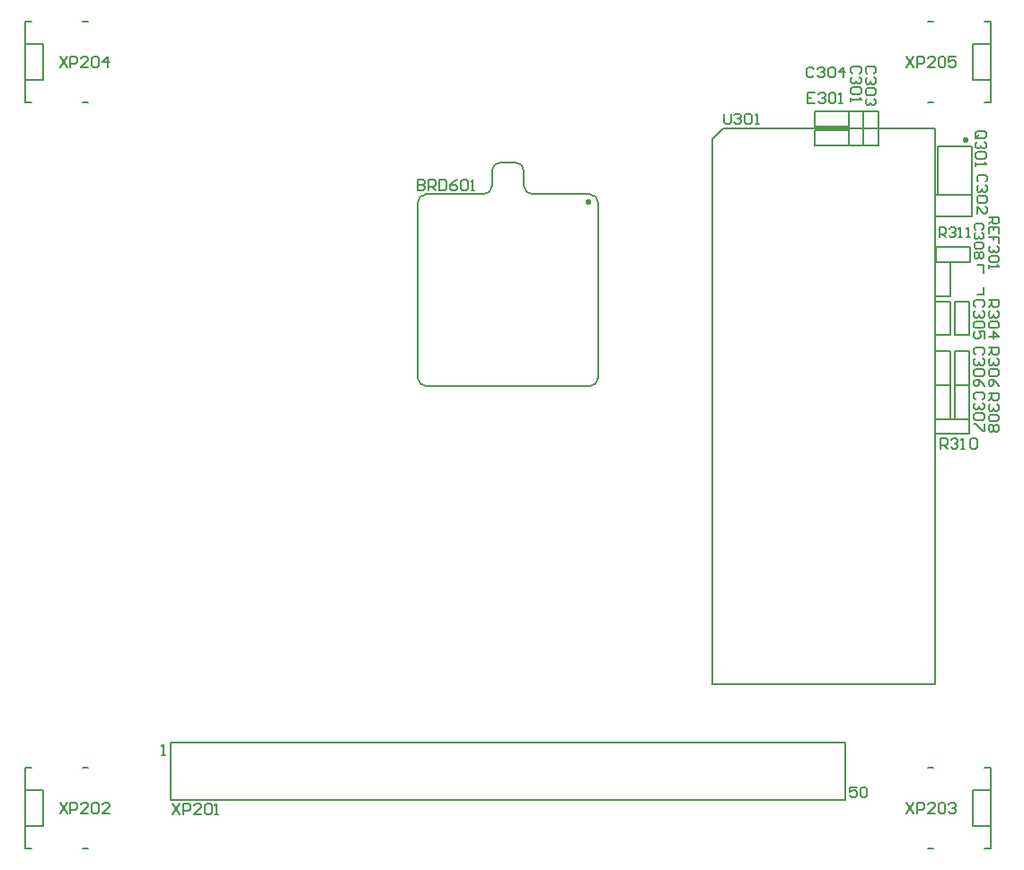
<source format=gto>
G04*
G04 #@! TF.GenerationSoftware,Altium Limited,Altium Designer,22.1.2 (22)*
G04*
G04 Layer_Color=65535*
%FSAX44Y44*%
%MOMM*%
G71*
G04*
G04 #@! TF.SameCoordinates,84EC4855-0AA3-41C5-BBCE-46EE62212C49*
G04*
G04*
G04 #@! TF.FilePolarity,Positive*
G04*
G01*
G75*
%ADD10C,0.1530*%
%ADD11C,0.1800*%
%ADD12C,0.2000*%
%ADD13C,0.2540*%
D10*
X00393000Y00637000D02*
G03*
X00385000Y00629000I-00000000J-00008000D01*
G01*
X00555000Y00629000D02*
G03*
X00547000Y00637000I-00008000J00000000D01*
G01*
X00547000Y00456000D02*
G03*
X00555000Y00464000I00000000J00008000D01*
G01*
X00385000Y00464000D02*
G03*
X00393000Y00456000I00008000J-00000000D01*
G01*
X00463000Y00667000D02*
G03*
X00455000Y00659000I-00000000J-00008000D01*
G01*
X00485000D02*
G03*
X00477000Y00667000I-00008000J00000000D01*
G01*
X00485000Y00645000D02*
G03*
X00493000Y00637000I00008000J00000000D01*
G01*
X00447000D02*
G03*
X00455000Y00645000I00000000J00008000D01*
G01*
X00493000Y00637000D02*
X00547000D01*
X00385000Y00464000D02*
Y00629000D01*
X00393000Y00456000D02*
X00547000D01*
X00463000Y00667000D02*
X00477000D01*
X00485000Y00645000D02*
Y00659000D01*
X00455000Y00645000D02*
Y00659000D01*
X00392000Y00637000D02*
X00447000D01*
X00873000Y00616000D02*
Y00636000D01*
X00907000D01*
Y00616000D02*
Y00636000D01*
X00873000Y00616000D02*
X00907000D01*
X00152000Y00066000D02*
Y00120000D01*
X00788000D01*
Y00066000D02*
Y00120000D01*
X00152000Y00066000D02*
X00788000D01*
X00873250Y00573000D02*
X00905250D01*
X00873250D02*
Y00587000D01*
X00905250D01*
Y00573000D02*
Y00587000D01*
X00672550Y00699050D02*
X00873000D01*
X00662800Y00689300D02*
X00672550Y00699050D01*
X00873000D02*
X00873000Y00175000D01*
X00805000Y00683000D02*
Y00715000D01*
X00791000Y00683000D02*
X00805000Y00683000D01*
X00791000Y00683000D02*
Y00715000D01*
X00805000D01*
X00873000Y00541000D02*
Y00573000D01*
X00887000Y00573000D01*
Y00541000D02*
Y00573000D01*
X00873000Y00541000D02*
X00887000Y00541000D01*
X00873000Y00536000D02*
X00887000D01*
X00873000Y00504000D02*
Y00536000D01*
Y00504000D02*
X00887000D01*
Y00536000D01*
X00891000Y00504000D02*
X00905000D01*
Y00536000D01*
X00891000D02*
X00905000D01*
X00891000Y00504000D02*
Y00536000D01*
X00873000Y00425000D02*
X00887000D01*
Y00457000D01*
X00873000D02*
X00887000D01*
X00873000Y00425000D02*
Y00457000D01*
X00912000Y00570500D02*
X00918000D01*
Y00563000D02*
Y00570500D01*
X00912000Y00542000D02*
X00918000D01*
Y00549000D01*
X00791000Y00701000D02*
Y00715000D01*
X00759000D02*
X00791000D01*
X00759000Y00701000D02*
X00759000Y00715000D01*
X00759000Y00701000D02*
X00791000D01*
X00759000Y00697000D02*
X00791000Y00697000D01*
X00759000Y00683000D02*
Y00697000D01*
X00791000Y00697000D02*
X00791000Y00683000D01*
X00759000Y00683000D02*
X00791000Y00683000D01*
X00805000Y00715000D02*
X00819000Y00715000D01*
X00805000Y00683000D02*
Y00715000D01*
Y00683000D02*
X00819000Y00683000D01*
Y00715000D01*
X00873000Y00411000D02*
X00905000D01*
X00873000D02*
Y00425000D01*
X00905000D01*
Y00411000D02*
Y00425000D01*
X00887000Y00457000D02*
Y00489000D01*
X00873000Y00457000D02*
X00887000D01*
X00873000D02*
Y00489000D01*
X00887000D01*
X00891000Y00457000D02*
Y00489000D01*
X00905000D01*
Y00457000D02*
Y00489000D01*
X00891000Y00457000D02*
X00905000D01*
Y00425000D02*
Y00457000D01*
X00891000Y00425000D02*
X00905000D01*
X00891000D02*
Y00457000D01*
X00905000D01*
X00875000Y00636000D02*
X00907000D01*
Y00682000D01*
X00875000Y00636000D02*
Y00682000D01*
X00907000D01*
X00662800Y00175000D02*
Y00689300D01*
Y00175000D02*
X00873000D01*
X00866000Y00096000D02*
X00871000D01*
X00866000Y00020000D02*
X00871000D01*
X00908000Y00041000D02*
X00925000D01*
X00908000D02*
Y00075000D01*
X00925000D01*
X00919000Y00096000D02*
X00925000D01*
X00919000Y00020000D02*
X00925000D01*
Y00096000D01*
X00866000Y00800000D02*
X00871000D01*
X00866000Y00724000D02*
X00871000D01*
X00908000Y00745000D02*
X00925000D01*
X00908000D02*
Y00779000D01*
X00925000D01*
X00919000Y00800000D02*
X00925000D01*
X00919000Y00724000D02*
X00925000D01*
Y00800000D01*
X00069000Y00020000D02*
X00074000D01*
X00069000Y00096000D02*
X00074000D01*
X00015000Y00075000D02*
X00032000D01*
Y00041000D02*
Y00075000D01*
X00015000Y00041000D02*
X00032000D01*
X00015000Y00020000D02*
X00021000D01*
X00015000Y00096000D02*
X00021000D01*
X00015000Y00020000D02*
Y00096000D01*
X00555000Y00629000D02*
X00555000Y00464000D01*
X00015000Y00724000D02*
Y00800000D01*
X00021000D01*
X00015000Y00724000D02*
X00021000D01*
X00015000Y00745000D02*
X00032000D01*
Y00779000D01*
X00015000D02*
X00032000D01*
X00069000Y00800000D02*
X00074000D01*
X00069000Y00724000D02*
X00074000D01*
D11*
X00876755Y00596501D02*
Y00605499D01*
X00881253D01*
X00882753Y00603999D01*
Y00601000D01*
X00881253Y00599501D01*
X00876755D01*
X00879754D02*
X00882753Y00596501D01*
X00885752Y00603999D02*
X00887251Y00605499D01*
X00890250D01*
X00891750Y00603999D01*
Y00602500D01*
X00890250Y00601000D01*
X00888751D01*
X00890250D01*
X00891750Y00599501D01*
Y00598001D01*
X00890250Y00596501D01*
X00887251D01*
X00885752Y00598001D01*
X00894749Y00596501D02*
X00897748D01*
X00896248D01*
Y00605499D01*
X00894749Y00603999D01*
X00902246Y00596501D02*
X00905245D01*
X00903746D01*
Y00605499D01*
X00902246Y00603999D01*
X00923501Y00614992D02*
X00932498D01*
Y00610494D01*
X00930999Y00608994D01*
X00928000D01*
X00926500Y00610494D01*
Y00614992D01*
Y00611993D02*
X00923501Y00608994D01*
X00932498Y00599997D02*
Y00605995D01*
X00923501D01*
Y00599997D01*
X00928000Y00605995D02*
Y00602996D01*
X00932498Y00591000D02*
Y00596998D01*
X00928000D01*
Y00593999D01*
Y00596998D01*
X00923501D01*
X00930999Y00588001D02*
X00932498Y00586501D01*
Y00583502D01*
X00930999Y00582003D01*
X00929500D01*
X00928000Y00583502D01*
Y00585002D01*
Y00583502D01*
X00926500Y00582003D01*
X00925001D01*
X00923501Y00583502D01*
Y00586501D01*
X00925001Y00588001D01*
X00930999Y00579004D02*
X00932498Y00577504D01*
Y00574505D01*
X00930999Y00573006D01*
X00925001D01*
X00923501Y00574505D01*
Y00577504D01*
X00925001Y00579004D01*
X00930999D01*
X00923501Y00570007D02*
Y00567008D01*
Y00568507D01*
X00932498D01*
X00930999Y00570007D01*
X00916999Y00603497D02*
X00918499Y00604996D01*
Y00607995D01*
X00916999Y00609495D01*
X00911001D01*
X00909501Y00607995D01*
Y00604996D01*
X00911001Y00603497D01*
X00916999Y00600498D02*
X00918499Y00598998D01*
Y00595999D01*
X00916999Y00594500D01*
X00915499D01*
X00914000Y00595999D01*
Y00597499D01*
Y00595999D01*
X00912501Y00594500D01*
X00911001D01*
X00909501Y00595999D01*
Y00598998D01*
X00911001Y00600498D01*
X00916999Y00591500D02*
X00918499Y00590001D01*
Y00587002D01*
X00916999Y00585502D01*
X00911001D01*
X00909501Y00587002D01*
Y00590001D01*
X00911001Y00591500D01*
X00916999D01*
Y00582503D02*
X00918499Y00581004D01*
Y00578005D01*
X00916999Y00576505D01*
X00915499D01*
X00914000Y00578005D01*
X00912501Y00576505D01*
X00911001D01*
X00909501Y00578005D01*
Y00581004D01*
X00911001Y00582503D01*
X00912501D01*
X00914000Y00581004D01*
X00915499Y00582503D01*
X00916999D01*
X00914000Y00581004D02*
Y00578005D01*
D12*
X00144000Y00108000D02*
X00147332D01*
X00145666D01*
Y00117997D01*
X00144000Y00116331D01*
X00798664Y00077997D02*
X00792000D01*
Y00072998D01*
X00795332Y00074665D01*
X00796998D01*
X00798664Y00072998D01*
Y00069666D01*
X00796998Y00068000D01*
X00793666D01*
X00792000Y00069666D01*
X00801997Y00076331D02*
X00803663Y00077997D01*
X00806995D01*
X00808661Y00076331D01*
Y00069666D01*
X00806995Y00068000D01*
X00803663D01*
X00801997Y00069666D01*
Y00076331D01*
X00801332Y00750997D02*
X00802998Y00752663D01*
Y00755995D01*
X00801332Y00757661D01*
X00794668D01*
X00793002Y00755995D01*
Y00752663D01*
X00794668Y00750997D01*
X00801332Y00747664D02*
X00802998Y00745998D01*
Y00742666D01*
X00801332Y00741000D01*
X00799666D01*
X00798000Y00742666D01*
Y00744332D01*
Y00742666D01*
X00796334Y00741000D01*
X00794668D01*
X00793002Y00742666D01*
Y00745998D01*
X00794668Y00747664D01*
X00801332Y00737668D02*
X00802998Y00736002D01*
Y00732669D01*
X00801332Y00731003D01*
X00794668D01*
X00793002Y00732669D01*
Y00736002D01*
X00794668Y00737668D01*
X00801332D01*
X00793002Y00727671D02*
Y00724339D01*
Y00726005D01*
X00802998D01*
X00801332Y00727671D01*
X00759003Y00732998D02*
X00752339D01*
Y00723002D01*
X00759003D01*
X00752339Y00728000D02*
X00755671D01*
X00762336Y00731332D02*
X00764002Y00732998D01*
X00767334D01*
X00769000Y00731332D01*
Y00729666D01*
X00767334Y00728000D01*
X00765668D01*
X00767334D01*
X00769000Y00726334D01*
Y00724668D01*
X00767334Y00723002D01*
X00764002D01*
X00762336Y00724668D01*
X00772332Y00731332D02*
X00773998Y00732998D01*
X00777331D01*
X00778997Y00731332D01*
Y00724668D01*
X00777331Y00723002D01*
X00773998D01*
X00772332Y00724668D01*
Y00731332D01*
X00782329Y00723002D02*
X00785661D01*
X00783995D01*
Y00732998D01*
X00782329Y00731332D01*
X00673339Y00712998D02*
Y00704668D01*
X00675005Y00703002D01*
X00678337D01*
X00680003Y00704668D01*
Y00712998D01*
X00683335Y00711332D02*
X00685002Y00712998D01*
X00688334D01*
X00690000Y00711332D01*
Y00709666D01*
X00688334Y00708000D01*
X00686668D01*
X00688334D01*
X00690000Y00706334D01*
Y00704668D01*
X00688334Y00703002D01*
X00685002D01*
X00683335Y00704668D01*
X00693332Y00711332D02*
X00694998Y00712998D01*
X00698331D01*
X00699997Y00711332D01*
Y00704668D01*
X00698331Y00703002D01*
X00694998D01*
X00693332Y00704668D01*
Y00711332D01*
X00703329Y00703002D02*
X00706661D01*
X00704995D01*
Y00712998D01*
X00703329Y00711332D01*
X00923002Y00449327D02*
X00932998D01*
Y00444329D01*
X00931332Y00442663D01*
X00928000D01*
X00926334Y00444329D01*
Y00449327D01*
Y00445995D02*
X00923002Y00442663D01*
X00931332Y00439331D02*
X00932998Y00437664D01*
Y00434332D01*
X00931332Y00432666D01*
X00929666D01*
X00928000Y00434332D01*
Y00435998D01*
Y00434332D01*
X00926334Y00432666D01*
X00924668D01*
X00923002Y00434332D01*
Y00437664D01*
X00924668Y00439331D01*
X00931332Y00429334D02*
X00932998Y00427668D01*
Y00424335D01*
X00931332Y00422669D01*
X00924668D01*
X00923002Y00424335D01*
Y00427668D01*
X00924668Y00429334D01*
X00931332D01*
Y00419337D02*
X00932998Y00417671D01*
Y00414339D01*
X00931332Y00412673D01*
X00929666D01*
X00928000Y00414339D01*
X00926334Y00412673D01*
X00924668D01*
X00923002Y00414339D01*
Y00417671D01*
X00924668Y00419337D01*
X00926334D01*
X00928000Y00417671D01*
X00929666Y00419337D01*
X00931332D01*
X00928000Y00417671D02*
Y00414339D01*
X00923002Y00492327D02*
X00932998D01*
Y00487329D01*
X00931332Y00485663D01*
X00928000D01*
X00926334Y00487329D01*
Y00492327D01*
Y00488995D02*
X00923002Y00485663D01*
X00931332Y00482331D02*
X00932998Y00480664D01*
Y00477332D01*
X00931332Y00475666D01*
X00929666D01*
X00928000Y00477332D01*
Y00478998D01*
Y00477332D01*
X00926334Y00475666D01*
X00924668D01*
X00923002Y00477332D01*
Y00480664D01*
X00924668Y00482331D01*
X00931332Y00472334D02*
X00932998Y00470668D01*
Y00467335D01*
X00931332Y00465669D01*
X00924668D01*
X00923002Y00467335D01*
Y00470668D01*
X00924668Y00472334D01*
X00931332D01*
X00932998Y00455672D02*
X00931332Y00459005D01*
X00928000Y00462337D01*
X00924668D01*
X00923002Y00460671D01*
Y00457339D01*
X00924668Y00455672D01*
X00926334D01*
X00928000Y00457339D01*
Y00462337D01*
X00923002Y00537327D02*
X00932998D01*
Y00532329D01*
X00931332Y00530663D01*
X00928000D01*
X00926334Y00532329D01*
Y00537327D01*
Y00533995D02*
X00923002Y00530663D01*
X00931332Y00527331D02*
X00932998Y00525664D01*
Y00522332D01*
X00931332Y00520666D01*
X00929666D01*
X00928000Y00522332D01*
Y00523998D01*
Y00522332D01*
X00926334Y00520666D01*
X00924668D01*
X00923002Y00522332D01*
Y00525664D01*
X00924668Y00527331D01*
X00931332Y00517334D02*
X00932998Y00515668D01*
Y00512335D01*
X00931332Y00510669D01*
X00924668D01*
X00923002Y00512335D01*
Y00515668D01*
X00924668Y00517334D01*
X00931332D01*
X00923002Y00502339D02*
X00932998D01*
X00928000Y00507337D01*
Y00500672D01*
X00877506Y00397002D02*
Y00406998D01*
X00882504D01*
X00884170Y00405332D01*
Y00402000D01*
X00882504Y00400334D01*
X00877506D01*
X00880838D02*
X00884170Y00397002D01*
X00887502Y00405332D02*
X00889169Y00406998D01*
X00892501D01*
X00894167Y00405332D01*
Y00403666D01*
X00892501Y00402000D01*
X00890835D01*
X00892501D01*
X00894167Y00400334D01*
Y00398668D01*
X00892501Y00397002D01*
X00889169D01*
X00887502Y00398668D01*
X00897499Y00397002D02*
X00900831D01*
X00899165D01*
Y00406998D01*
X00897499Y00405332D01*
X00905830D02*
X00907496Y00406998D01*
X00910828D01*
X00912494Y00405332D01*
Y00398668D01*
X00910828Y00397002D01*
X00907496D01*
X00905830Y00398668D01*
Y00405332D01*
X00912668Y00689997D02*
X00919332D01*
X00920998Y00691663D01*
Y00694995D01*
X00919332Y00696661D01*
X00912668D01*
X00911002Y00694995D01*
Y00691663D01*
X00914334Y00693329D02*
X00911002Y00689997D01*
Y00691663D02*
X00912668Y00689997D01*
X00919332Y00686665D02*
X00920998Y00684998D01*
Y00681666D01*
X00919332Y00680000D01*
X00917666D01*
X00916000Y00681666D01*
Y00683332D01*
Y00681666D01*
X00914334Y00680000D01*
X00912668D01*
X00911002Y00681666D01*
Y00684998D01*
X00912668Y00686665D01*
X00919332Y00676668D02*
X00920998Y00675002D01*
Y00671669D01*
X00919332Y00670003D01*
X00912668D01*
X00911002Y00671669D01*
Y00675002D01*
X00912668Y00676668D01*
X00919332D01*
X00911002Y00666671D02*
Y00663339D01*
Y00665005D01*
X00920998D01*
X00919332Y00666671D01*
X00917332Y00443663D02*
X00918998Y00445329D01*
Y00448661D01*
X00917332Y00450327D01*
X00910668D01*
X00909002Y00448661D01*
Y00445329D01*
X00910668Y00443663D01*
X00917332Y00440331D02*
X00918998Y00438665D01*
Y00435332D01*
X00917332Y00433666D01*
X00915666D01*
X00914000Y00435332D01*
Y00436998D01*
Y00435332D01*
X00912334Y00433666D01*
X00910668D01*
X00909002Y00435332D01*
Y00438665D01*
X00910668Y00440331D01*
X00917332Y00430334D02*
X00918998Y00428668D01*
Y00425336D01*
X00917332Y00423669D01*
X00910668D01*
X00909002Y00425336D01*
Y00428668D01*
X00910668Y00430334D01*
X00917332D01*
X00918998Y00420337D02*
Y00413673D01*
X00917332D01*
X00910668Y00420337D01*
X00909002D01*
X00917332Y00485663D02*
X00918998Y00487329D01*
Y00490661D01*
X00917332Y00492327D01*
X00910668D01*
X00909002Y00490661D01*
Y00487329D01*
X00910668Y00485663D01*
X00917332Y00482331D02*
X00918998Y00480664D01*
Y00477332D01*
X00917332Y00475666D01*
X00915666D01*
X00914000Y00477332D01*
Y00478998D01*
Y00477332D01*
X00912334Y00475666D01*
X00910668D01*
X00909002Y00477332D01*
Y00480664D01*
X00910668Y00482331D01*
X00917332Y00472334D02*
X00918998Y00470668D01*
Y00467335D01*
X00917332Y00465669D01*
X00910668D01*
X00909002Y00467335D01*
Y00470668D01*
X00910668Y00472334D01*
X00917332D01*
X00918998Y00455672D02*
X00917332Y00459005D01*
X00914000Y00462337D01*
X00910668D01*
X00909002Y00460671D01*
Y00457339D01*
X00910668Y00455672D01*
X00912334D01*
X00914000Y00457339D01*
Y00462337D01*
X00917332Y00530663D02*
X00918998Y00532329D01*
Y00535661D01*
X00917332Y00537327D01*
X00910668D01*
X00909002Y00535661D01*
Y00532329D01*
X00910668Y00530663D01*
X00917332Y00527331D02*
X00918998Y00525664D01*
Y00522332D01*
X00917332Y00520666D01*
X00915666D01*
X00914000Y00522332D01*
Y00523998D01*
Y00522332D01*
X00912334Y00520666D01*
X00910668D01*
X00909002Y00522332D01*
Y00525664D01*
X00910668Y00527331D01*
X00917332Y00517334D02*
X00918998Y00515668D01*
Y00512335D01*
X00917332Y00510669D01*
X00910668D01*
X00909002Y00512335D01*
Y00515668D01*
X00910668Y00517334D01*
X00917332D01*
X00918998Y00500673D02*
Y00507337D01*
X00914000D01*
X00915666Y00504005D01*
Y00502339D01*
X00914000Y00500673D01*
X00910668D01*
X00909002Y00502339D01*
Y00505671D01*
X00910668Y00507337D01*
X00385342Y00650998D02*
Y00641002D01*
X00390340D01*
X00392006Y00642668D01*
Y00644334D01*
X00390340Y00646000D01*
X00385342D01*
X00390340D01*
X00392006Y00647666D01*
Y00649332D01*
X00390340Y00650998D01*
X00385342D01*
X00395339Y00641002D02*
Y00650998D01*
X00400337D01*
X00402003Y00649332D01*
Y00646000D01*
X00400337Y00644334D01*
X00395339D01*
X00398671D02*
X00402003Y00641002D01*
X00405336Y00650998D02*
Y00641002D01*
X00410334D01*
X00412000Y00642668D01*
Y00649332D01*
X00410334Y00650998D01*
X00405336D01*
X00421997D02*
X00418665Y00649332D01*
X00415332Y00646000D01*
Y00642668D01*
X00416998Y00641002D01*
X00420331D01*
X00421997Y00642668D01*
Y00644334D01*
X00420331Y00646000D01*
X00415332D01*
X00425329Y00649332D02*
X00426995Y00650998D01*
X00430327D01*
X00431993Y00649332D01*
Y00642668D01*
X00430327Y00641002D01*
X00426995D01*
X00425329Y00642668D01*
Y00649332D01*
X00435326Y00641002D02*
X00438658D01*
X00436992D01*
Y00650998D01*
X00435326Y00649332D01*
X00920332Y00648663D02*
X00921998Y00650329D01*
Y00653661D01*
X00920332Y00655327D01*
X00913668D01*
X00912002Y00653661D01*
Y00650329D01*
X00913668Y00648663D01*
X00920332Y00645331D02*
X00921998Y00643664D01*
Y00640332D01*
X00920332Y00638666D01*
X00918666D01*
X00917000Y00640332D01*
Y00641998D01*
Y00640332D01*
X00915334Y00638666D01*
X00913668D01*
X00912002Y00640332D01*
Y00643664D01*
X00913668Y00645331D01*
X00920332Y00635334D02*
X00921998Y00633668D01*
Y00630336D01*
X00920332Y00628669D01*
X00913668D01*
X00912002Y00630336D01*
Y00633668D01*
X00913668Y00635334D01*
X00920332D01*
X00912002Y00618673D02*
Y00625337D01*
X00918666Y00618673D01*
X00920332D01*
X00921998Y00620339D01*
Y00623671D01*
X00920332Y00625337D01*
X00815332Y00750663D02*
X00816998Y00752329D01*
Y00755661D01*
X00815332Y00757327D01*
X00808668D01*
X00807002Y00755661D01*
Y00752329D01*
X00808668Y00750663D01*
X00815332Y00747331D02*
X00816998Y00745665D01*
Y00742332D01*
X00815332Y00740666D01*
X00813666D01*
X00812000Y00742332D01*
Y00743998D01*
Y00742332D01*
X00810334Y00740666D01*
X00808668D01*
X00807002Y00742332D01*
Y00745665D01*
X00808668Y00747331D01*
X00815332Y00737334D02*
X00816998Y00735668D01*
Y00732336D01*
X00815332Y00730669D01*
X00808668D01*
X00807002Y00732336D01*
Y00735668D01*
X00808668Y00737334D01*
X00815332D01*
Y00727337D02*
X00816998Y00725671D01*
Y00722339D01*
X00815332Y00720673D01*
X00813666D01*
X00812000Y00722339D01*
Y00724005D01*
Y00722339D01*
X00810334Y00720673D01*
X00808668D01*
X00807002Y00722339D01*
Y00725671D01*
X00808668Y00727337D01*
X00758337Y00755332D02*
X00756671Y00756998D01*
X00753339D01*
X00751673Y00755332D01*
Y00748668D01*
X00753339Y00747002D01*
X00756671D01*
X00758337Y00748668D01*
X00761669Y00755332D02*
X00763335Y00756998D01*
X00766668D01*
X00768334Y00755332D01*
Y00753666D01*
X00766668Y00752000D01*
X00765002D01*
X00766668D01*
X00768334Y00750334D01*
Y00748668D01*
X00766668Y00747002D01*
X00763335D01*
X00761669Y00748668D01*
X00771666Y00755332D02*
X00773332Y00756998D01*
X00776665D01*
X00778331Y00755332D01*
Y00748668D01*
X00776665Y00747002D01*
X00773332D01*
X00771666Y00748668D01*
Y00755332D01*
X00786661Y00747002D02*
Y00756998D01*
X00781663Y00752000D01*
X00788327D01*
X00154000Y00062000D02*
X00160665Y00052003D01*
Y00062000D02*
X00154000Y00052003D01*
X00163997D02*
Y00062000D01*
X00168995D01*
X00170661Y00060334D01*
Y00057002D01*
X00168995Y00055335D01*
X00163997D01*
X00180658Y00052003D02*
X00173994D01*
X00180658Y00058668D01*
Y00060334D01*
X00178992Y00062000D01*
X00175660D01*
X00173994Y00060334D01*
X00183990D02*
X00185657Y00062000D01*
X00188989D01*
X00190655Y00060334D01*
Y00053669D01*
X00188989Y00052003D01*
X00185657D01*
X00183990Y00053669D01*
Y00060334D01*
X00193987Y00052003D02*
X00197319D01*
X00195653D01*
Y00062000D01*
X00193987Y00060334D01*
X00047674Y00062998D02*
X00054339Y00053002D01*
Y00062998D02*
X00047674Y00053002D01*
X00057671D02*
Y00062998D01*
X00062669D01*
X00064335Y00061332D01*
Y00058000D01*
X00062669Y00056334D01*
X00057671D01*
X00074332Y00053002D02*
X00067668D01*
X00074332Y00059666D01*
Y00061332D01*
X00072666Y00062998D01*
X00069334D01*
X00067668Y00061332D01*
X00077664D02*
X00079331Y00062998D01*
X00082663D01*
X00084329Y00061332D01*
Y00054668D01*
X00082663Y00053002D01*
X00079331D01*
X00077664Y00054668D01*
Y00061332D01*
X00094326Y00053002D02*
X00087661D01*
X00094326Y00059666D01*
Y00061332D01*
X00092660Y00062998D01*
X00089327D01*
X00087661Y00061332D01*
X00845674Y00062998D02*
X00852339Y00053002D01*
Y00062998D02*
X00845674Y00053002D01*
X00855671D02*
Y00062998D01*
X00860669D01*
X00862336Y00061332D01*
Y00058000D01*
X00860669Y00056334D01*
X00855671D01*
X00872332Y00053002D02*
X00865668D01*
X00872332Y00059666D01*
Y00061332D01*
X00870666Y00062998D01*
X00867334D01*
X00865668Y00061332D01*
X00875665D02*
X00877331Y00062998D01*
X00880663D01*
X00882329Y00061332D01*
Y00054668D01*
X00880663Y00053002D01*
X00877331D01*
X00875665Y00054668D01*
Y00061332D01*
X00885661D02*
X00887327Y00062998D01*
X00890660D01*
X00892326Y00061332D01*
Y00059666D01*
X00890660Y00058000D01*
X00888994D01*
X00890660D01*
X00892326Y00056334D01*
Y00054668D01*
X00890660Y00053002D01*
X00887327D01*
X00885661Y00054668D01*
X00047674Y00766998D02*
X00054339Y00757002D01*
Y00766998D02*
X00047674Y00757002D01*
X00057671D02*
Y00766998D01*
X00062669D01*
X00064335Y00765332D01*
Y00762000D01*
X00062669Y00760334D01*
X00057671D01*
X00074332Y00757002D02*
X00067668D01*
X00074332Y00763666D01*
Y00765332D01*
X00072666Y00766998D01*
X00069334D01*
X00067668Y00765332D01*
X00077664D02*
X00079331Y00766998D01*
X00082663D01*
X00084329Y00765332D01*
Y00758668D01*
X00082663Y00757002D01*
X00079331D01*
X00077664Y00758668D01*
Y00765332D01*
X00092660Y00757002D02*
Y00766998D01*
X00087661Y00762000D01*
X00094326D01*
X00845674Y00766998D02*
X00852339Y00757002D01*
Y00766998D02*
X00845674Y00757002D01*
X00855671D02*
Y00766998D01*
X00860669D01*
X00862336Y00765332D01*
Y00762000D01*
X00860669Y00760334D01*
X00855671D01*
X00872332Y00757002D02*
X00865668D01*
X00872332Y00763666D01*
Y00765332D01*
X00870666Y00766998D01*
X00867334D01*
X00865668Y00765332D01*
X00875665D02*
X00877331Y00766998D01*
X00880663D01*
X00882329Y00765332D01*
Y00758668D01*
X00880663Y00757002D01*
X00877331D01*
X00875665Y00758668D01*
Y00765332D01*
X00892326Y00766998D02*
X00885661D01*
Y00762000D01*
X00888994Y00763666D01*
X00890660D01*
X00892326Y00762000D01*
Y00758668D01*
X00890660Y00757002D01*
X00887327D01*
X00885661Y00758668D01*
D13*
X00899540Y00689460D02*
X00902079D01*
Y00686921D01*
X00899540D01*
Y00689460D01*
X00546460Y00628540D02*
X00543921D01*
Y00631079D01*
X00546460D01*
Y00628540D01*
M02*

</source>
